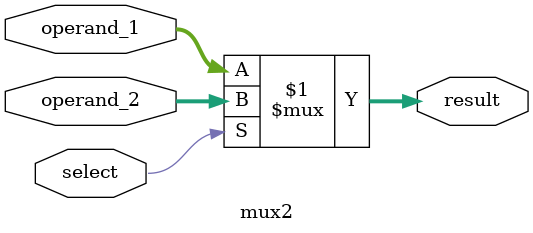
<source format=v>

module mux2(operand_1, operand_2, select, result);

    parameter SIZE = 32;

    // input port
    input [SIZE-1:0] operand_1, operand_2;                                     // Input operands (32 bits each)
    input select;                                                              // Select signal

    // output port
    output [SIZE-1:0] result;                                                  // Output (32 bits)

    // Assign the output based on the select signal
    assign result = select ? operand_2 : operand_1;

endmodule
</source>
